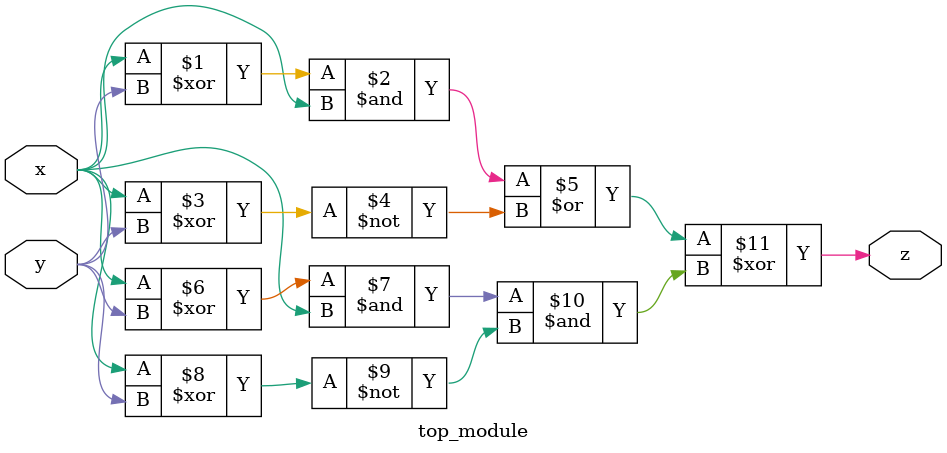
<source format=v>
module top_module (input x, input y, output z);
	assign z = (((x ^ y) & x) | (~(x ^ y))) ^ (((x ^ y) & x) & (~(x ^ y)));
endmodule

</source>
